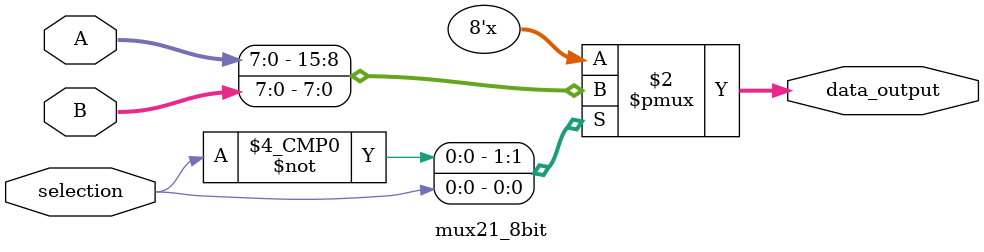
<source format=v>


module mux21_8bit(

input [7:0] A,
input [7:0] B,
input selection,
output reg [7:0] data_output

);

always @(A or B or selection) 
	begin
		case(selection)
			1'b0 : data_output = A;
			1'b1 : data_output = B;
		endcase
	end

endmodule


</source>
